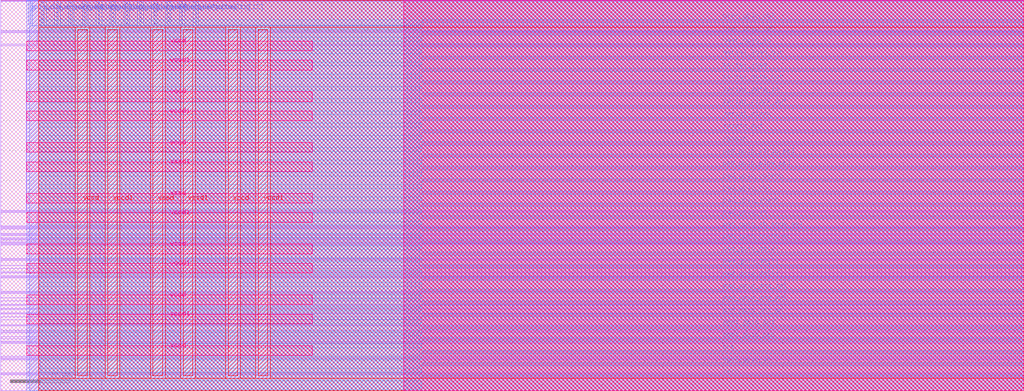
<source format=lef>
VERSION 5.7 ;
  NOWIREEXTENSIONATPIN ON ;
  DIVIDERCHAR "/" ;
  BUSBITCHARS "[]" ;
MACRO gpio_control_block
  CLASS BLOCK ;
  FOREIGN gpio_control_block ;
  ORIGIN 0.000 0.000 ;
  SIZE 170.000 BY 65.000 ;
  PIN gpio_defaults[0]
    DIRECTION INPUT ;
    USE SIGNAL ;
    PORT
      LAYER met2 ;
        RECT 4.690 61.000 4.970 65.000 ;
    END
  END gpio_defaults[0]
  PIN gpio_defaults[10]
    DIRECTION INPUT ;
    USE SIGNAL ;
    PORT
      LAYER met2 ;
        RECT 27.690 61.000 27.970 65.000 ;
    END
  END gpio_defaults[10]
  PIN gpio_defaults[11]
    DIRECTION INPUT ;
    USE SIGNAL ;
    PORT
      LAYER met2 ;
        RECT 29.990 61.000 30.270 65.000 ;
    END
  END gpio_defaults[11]
  PIN gpio_defaults[12]
    DIRECTION INPUT ;
    USE SIGNAL ;
    PORT
      LAYER met2 ;
        RECT 32.290 61.000 32.570 65.000 ;
    END
  END gpio_defaults[12]
  PIN gpio_defaults[1]
    DIRECTION INPUT ;
    USE SIGNAL ;
    PORT
      LAYER met2 ;
        RECT 6.990 61.000 7.270 65.000 ;
    END
  END gpio_defaults[1]
  PIN gpio_defaults[2]
    DIRECTION INPUT ;
    USE SIGNAL ;
    PORT
      LAYER met2 ;
        RECT 9.290 61.000 9.570 65.000 ;
    END
  END gpio_defaults[2]
  PIN gpio_defaults[3]
    DIRECTION INPUT ;
    USE SIGNAL ;
    PORT
      LAYER met2 ;
        RECT 11.590 61.000 11.870 65.000 ;
    END
  END gpio_defaults[3]
  PIN gpio_defaults[4]
    DIRECTION INPUT ;
    USE SIGNAL ;
    PORT
      LAYER met2 ;
        RECT 13.890 61.000 14.170 65.000 ;
    END
  END gpio_defaults[4]
  PIN gpio_defaults[5]
    DIRECTION INPUT ;
    USE SIGNAL ;
    PORT
      LAYER met2 ;
        RECT 16.190 61.000 16.470 65.000 ;
    END
  END gpio_defaults[5]
  PIN gpio_defaults[6]
    DIRECTION INPUT ;
    USE SIGNAL ;
    PORT
      LAYER met2 ;
        RECT 18.490 61.000 18.770 65.000 ;
    END
  END gpio_defaults[6]
  PIN gpio_defaults[7]
    DIRECTION INPUT ;
    USE SIGNAL ;
    PORT
      LAYER met2 ;
        RECT 20.790 61.000 21.070 65.000 ;
    END
  END gpio_defaults[7]
  PIN gpio_defaults[8]
    DIRECTION INPUT ;
    USE SIGNAL ;
    PORT
      LAYER met2 ;
        RECT 23.090 61.000 23.370 65.000 ;
    END
  END gpio_defaults[8]
  PIN gpio_defaults[9]
    DIRECTION INPUT ;
    USE SIGNAL ;
    PORT
      LAYER met2 ;
        RECT 25.390 61.000 25.670 65.000 ;
    END
  END gpio_defaults[9]
  PIN mgmt_gpio_in
    DIRECTION OUTPUT TRISTATE ;
    USE SIGNAL ;
    PORT
      LAYER met3 ;
        RECT 70.000 4.120 170.000 4.720 ;
    END
  END mgmt_gpio_in
  PIN mgmt_gpio_oeb
    DIRECTION INPUT ;
    USE SIGNAL ;
    PORT
      LAYER met3 ;
        RECT 70.000 8.200 170.000 8.800 ;
    END
  END mgmt_gpio_oeb
  PIN mgmt_gpio_out
    DIRECTION INPUT ;
    USE SIGNAL ;
    PORT
      LAYER met3 ;
        RECT 70.000 10.240 170.000 10.840 ;
    END
  END mgmt_gpio_out
  PIN one
    DIRECTION OUTPUT TRISTATE ;
    USE SIGNAL ;
    PORT
      LAYER met3 ;
        RECT 70.000 6.160 170.000 6.760 ;
    END
  END one
  PIN pad_gpio_ana_en
    DIRECTION OUTPUT TRISTATE ;
    USE SIGNAL ;
    PORT
      LAYER met3 ;
        RECT 70.000 12.280 170.000 12.880 ;
    END
  END pad_gpio_ana_en
  PIN pad_gpio_ana_pol
    DIRECTION OUTPUT TRISTATE ;
    USE SIGNAL ;
    PORT
      LAYER met3 ;
        RECT 70.000 14.320 170.000 14.920 ;
    END
  END pad_gpio_ana_pol
  PIN pad_gpio_ana_sel
    DIRECTION OUTPUT TRISTATE ;
    USE SIGNAL ;
    PORT
      LAYER met3 ;
        RECT 70.000 16.360 170.000 16.960 ;
    END
  END pad_gpio_ana_sel
  PIN pad_gpio_dm[0]
    DIRECTION OUTPUT TRISTATE ;
    USE SIGNAL ;
    PORT
      LAYER met3 ;
        RECT 70.000 18.400 170.000 19.000 ;
    END
  END pad_gpio_dm[0]
  PIN pad_gpio_dm[1]
    DIRECTION OUTPUT TRISTATE ;
    USE SIGNAL ;
    PORT
      LAYER met3 ;
        RECT 70.000 20.440 170.000 21.040 ;
    END
  END pad_gpio_dm[1]
  PIN pad_gpio_dm[2]
    DIRECTION OUTPUT TRISTATE ;
    USE SIGNAL ;
    PORT
      LAYER met3 ;
        RECT 70.000 22.480 170.000 23.080 ;
    END
  END pad_gpio_dm[2]
  PIN pad_gpio_holdover
    DIRECTION OUTPUT TRISTATE ;
    USE SIGNAL ;
    PORT
      LAYER met3 ;
        RECT 70.000 24.520 170.000 25.120 ;
    END
  END pad_gpio_holdover
  PIN pad_gpio_ib_mode_sel
    DIRECTION OUTPUT TRISTATE ;
    USE SIGNAL ;
    PORT
      LAYER met3 ;
        RECT 70.000 26.560 170.000 27.160 ;
    END
  END pad_gpio_ib_mode_sel
  PIN pad_gpio_in
    DIRECTION INPUT ;
    USE SIGNAL ;
    PORT
      LAYER met3 ;
        RECT 70.000 28.600 170.000 29.200 ;
    END
  END pad_gpio_in
  PIN pad_gpio_inenb
    DIRECTION OUTPUT TRISTATE ;
    USE SIGNAL ;
    PORT
      LAYER met3 ;
        RECT 70.000 30.640 170.000 31.240 ;
    END
  END pad_gpio_inenb
  PIN pad_gpio_out
    DIRECTION OUTPUT TRISTATE ;
    USE SIGNAL ;
    PORT
      LAYER met3 ;
        RECT 70.000 32.680 170.000 33.280 ;
    END
  END pad_gpio_out
  PIN pad_gpio_outenb
    DIRECTION OUTPUT TRISTATE ;
    USE SIGNAL ;
    PORT
      LAYER met3 ;
        RECT 70.000 34.720 170.000 35.320 ;
    END
  END pad_gpio_outenb
  PIN pad_gpio_slow_sel
    DIRECTION OUTPUT TRISTATE ;
    USE SIGNAL ;
    PORT
      LAYER met3 ;
        RECT 70.000 36.760 170.000 37.360 ;
    END
  END pad_gpio_slow_sel
  PIN pad_gpio_vtrip_sel
    DIRECTION OUTPUT TRISTATE ;
    USE SIGNAL ;
    PORT
      LAYER met3 ;
        RECT 70.000 38.800 170.000 39.400 ;
    END
  END pad_gpio_vtrip_sel
  PIN resetn
    DIRECTION INPUT ;
    USE SIGNAL ;
    PORT
      LAYER met3 ;
        RECT 70.000 40.840 170.000 41.440 ;
    END
  END resetn
  PIN resetn_out
    DIRECTION OUTPUT TRISTATE ;
    USE SIGNAL ;
    PORT
      LAYER met3 ;
        RECT 70.000 42.880 170.000 43.480 ;
    END
  END resetn_out
  PIN serial_clock
    DIRECTION INPUT ;
    USE SIGNAL ;
    PORT
      LAYER met3 ;
        RECT 70.000 44.920 170.000 45.520 ;
    END
  END serial_clock
  PIN serial_clock_out
    DIRECTION OUTPUT TRISTATE ;
    USE SIGNAL ;
    PORT
      LAYER met3 ;
        RECT 70.000 46.960 170.000 47.560 ;
    END
  END serial_clock_out
  PIN serial_data_in
    DIRECTION INPUT ;
    USE SIGNAL ;
    PORT
      LAYER met3 ;
        RECT 70.000 49.000 170.000 49.600 ;
    END
  END serial_data_in
  PIN serial_data_out
    DIRECTION OUTPUT TRISTATE ;
    USE SIGNAL ;
    PORT
      LAYER met3 ;
        RECT 70.000 51.040 170.000 51.640 ;
    END
  END serial_data_out
  PIN serial_load
    DIRECTION INPUT ;
    USE SIGNAL ;
    PORT
      LAYER met3 ;
        RECT 70.000 53.080 170.000 53.680 ;
    END
  END serial_load
  PIN serial_load_out
    DIRECTION OUTPUT TRISTATE ;
    USE SIGNAL ;
    PORT
      LAYER met3 ;
        RECT 70.000 55.120 170.000 55.720 ;
    END
  END serial_load_out
  PIN user_gpio_in
    DIRECTION OUTPUT TRISTATE ;
    USE SIGNAL ;
    PORT
      LAYER met3 ;
        RECT 70.000 57.160 170.000 57.760 ;
    END
  END user_gpio_in
  PIN user_gpio_oeb
    DIRECTION INPUT ;
    USE SIGNAL ;
    PORT
      LAYER met3 ;
        RECT 70.000 59.200 170.000 59.800 ;
    END
  END user_gpio_oeb
  PIN user_gpio_out
    DIRECTION INPUT ;
    USE SIGNAL ;
    PORT
      LAYER met3 ;
        RECT 70.000 61.240 170.000 61.840 ;
    END
  END user_gpio_out
  PIN vccd
    DIRECTION INOUT ;
    USE POWER ;
    PORT
      LAYER met4 ;
        RECT 12.800 2.480 14.400 60.080 ;
    END
    PORT
      LAYER met4 ;
        RECT 37.800 2.480 39.400 60.080 ;
    END
    PORT
      LAYER met5 ;
        RECT 4.360 5.900 51.760 7.500 ;
    END
    PORT
      LAYER met5 ;
        RECT 4.360 22.800 51.760 24.400 ;
    END
    PORT
      LAYER met5 ;
        RECT 4.360 39.700 51.760 41.300 ;
    END
    PORT
      LAYER met5 ;
        RECT 4.360 56.600 51.760 58.200 ;
    END
  END vccd
  PIN vccd1
    DIRECTION INOUT ;
    USE POWER ;
    PORT
      LAYER met4 ;
        RECT 17.800 2.480 19.400 60.080 ;
    END
    PORT
      LAYER met4 ;
        RECT 42.800 2.480 44.400 60.080 ;
    END
    PORT
      LAYER met5 ;
        RECT 4.360 11.140 51.760 12.740 ;
    END
    PORT
      LAYER met5 ;
        RECT 4.360 28.040 51.760 29.640 ;
    END
    PORT
      LAYER met5 ;
        RECT 4.360 44.940 51.760 46.540 ;
    END
  END vccd1
  PIN vssd
    DIRECTION INOUT ;
    USE GROUND ;
    PORT
      LAYER met4 ;
        RECT 25.300 2.480 26.900 60.080 ;
    END
    PORT
      LAYER met5 ;
        RECT 4.360 14.350 51.760 15.950 ;
    END
    PORT
      LAYER met5 ;
        RECT 4.360 31.250 51.760 32.850 ;
    END
    PORT
      LAYER met5 ;
        RECT 4.360 48.150 51.760 49.750 ;
    END
  END vssd
  PIN vssd1
    DIRECTION INOUT ;
    USE GROUND ;
    PORT
      LAYER met4 ;
        RECT 30.300 2.480 31.900 60.080 ;
    END
    PORT
      LAYER met5 ;
        RECT 4.360 19.590 51.760 21.190 ;
    END
    PORT
      LAYER met5 ;
        RECT 4.360 36.490 51.760 38.090 ;
    END
    PORT
      LAYER met5 ;
        RECT 4.360 53.390 51.760 54.990 ;
    END
  END vssd1
  PIN zero
    DIRECTION OUTPUT TRISTATE ;
    USE SIGNAL ;
    PORT
      LAYER met3 ;
        RECT 70.000 2.080 170.000 2.680 ;
    END
  END zero
  OBS
      LAYER li1 ;
        RECT 0.000 64.930 4.265 65.070 ;
      LAYER li1 ;
        RECT 4.265 64.930 169.810 65.000 ;
      LAYER li1 ;
        RECT 0.000 64.845 49.815 64.930 ;
      LAYER li1 ;
        RECT 49.815 64.845 169.810 64.930 ;
      LAYER li1 ;
        RECT 0.000 59.925 169.810 64.845 ;
        RECT 0.000 59.755 4.745 59.925 ;
      LAYER li1 ;
        RECT 4.745 59.755 169.810 59.925 ;
      LAYER li1 ;
        RECT 0.000 59.585 169.810 59.755 ;
        RECT 0.000 57.645 6.100 59.585 ;
      LAYER li1 ;
        RECT 6.100 57.645 169.810 59.585 ;
      LAYER li1 ;
        RECT 0.000 57.405 8.925 57.645 ;
      LAYER li1 ;
        RECT 8.925 57.405 169.810 57.645 ;
      LAYER li1 ;
        RECT 0.000 30.025 4.265 57.405 ;
      LAYER li1 ;
        RECT 4.265 30.025 169.810 57.405 ;
      LAYER li1 ;
        RECT 0.000 30.005 16.795 30.025 ;
      LAYER li1 ;
        RECT 16.795 30.005 169.810 30.025 ;
      LAYER li1 ;
        RECT 0.000 29.835 4.745 30.005 ;
      LAYER li1 ;
        RECT 4.745 29.835 169.810 30.005 ;
      LAYER li1 ;
        RECT 0.000 29.665 16.795 29.835 ;
      LAYER li1 ;
        RECT 16.795 29.665 169.810 29.835 ;
      LAYER li1 ;
        RECT 0.000 27.455 6.065 29.665 ;
      LAYER li1 ;
        RECT 6.065 27.455 169.810 29.665 ;
      LAYER li1 ;
        RECT 0.000 27.285 16.795 27.455 ;
      LAYER li1 ;
        RECT 16.795 27.285 169.810 27.455 ;
      LAYER li1 ;
        RECT 0.000 27.115 4.745 27.285 ;
      LAYER li1 ;
        RECT 4.745 27.115 169.810 27.285 ;
      LAYER li1 ;
        RECT 0.000 26.945 16.795 27.115 ;
      LAYER li1 ;
        RECT 16.795 26.945 169.810 27.115 ;
      LAYER li1 ;
        RECT 0.000 26.185 16.905 26.945 ;
      LAYER li1 ;
        RECT 16.905 26.185 169.810 26.945 ;
      LAYER li1 ;
        RECT 0.000 26.015 17.450 26.185 ;
      LAYER li1 ;
        RECT 17.450 26.015 169.810 26.185 ;
      LAYER li1 ;
        RECT 0.000 25.835 16.795 26.015 ;
      LAYER li1 ;
        RECT 16.795 25.835 169.810 26.015 ;
      LAYER li1 ;
        RECT 0.000 25.465 16.645 25.835 ;
      LAYER li1 ;
        RECT 16.645 25.465 169.810 25.835 ;
      LAYER li1 ;
        RECT 0.000 25.285 16.795 25.465 ;
      LAYER li1 ;
        RECT 16.795 25.285 169.810 25.465 ;
      LAYER li1 ;
        RECT 0.000 25.115 17.450 25.285 ;
      LAYER li1 ;
        RECT 17.450 25.115 169.810 25.285 ;
      LAYER li1 ;
        RECT 0.000 24.735 16.905 25.115 ;
      LAYER li1 ;
        RECT 16.905 24.735 169.810 25.115 ;
      LAYER li1 ;
        RECT 0.000 24.565 16.795 24.735 ;
      LAYER li1 ;
        RECT 16.795 24.565 169.810 24.735 ;
      LAYER li1 ;
        RECT 0.000 24.395 15.325 24.565 ;
      LAYER li1 ;
        RECT 15.325 24.395 169.810 24.565 ;
      LAYER li1 ;
        RECT 0.000 24.225 16.795 24.395 ;
      LAYER li1 ;
        RECT 16.795 24.225 169.810 24.395 ;
      LAYER li1 ;
        RECT 0.000 22.015 16.645 24.225 ;
      LAYER li1 ;
        RECT 16.645 22.015 169.810 24.225 ;
      LAYER li1 ;
        RECT 0.000 21.845 16.795 22.015 ;
      LAYER li1 ;
        RECT 16.795 21.845 169.810 22.015 ;
      LAYER li1 ;
        RECT 0.000 21.675 15.325 21.845 ;
      LAYER li1 ;
        RECT 15.325 21.675 169.810 21.845 ;
      LAYER li1 ;
        RECT 0.000 20.865 16.950 21.675 ;
      LAYER li1 ;
        RECT 16.950 20.865 169.810 21.675 ;
      LAYER li1 ;
        RECT 0.000 20.365 16.795 20.865 ;
      LAYER li1 ;
        RECT 16.795 20.365 169.810 20.865 ;
      LAYER li1 ;
        RECT 0.000 19.805 16.645 20.365 ;
      LAYER li1 ;
        RECT 16.645 19.805 169.810 20.365 ;
      LAYER li1 ;
        RECT 0.000 19.635 16.795 19.805 ;
      LAYER li1 ;
        RECT 16.795 19.635 169.810 19.805 ;
      LAYER li1 ;
        RECT 0.000 19.125 16.950 19.635 ;
      LAYER li1 ;
        RECT 16.950 19.125 169.810 19.635 ;
      LAYER li1 ;
        RECT 0.000 18.955 15.325 19.125 ;
      LAYER li1 ;
        RECT 15.325 18.955 169.810 19.125 ;
      LAYER li1 ;
        RECT 0.000 18.785 16.795 18.955 ;
      LAYER li1 ;
        RECT 16.795 18.785 169.810 18.955 ;
      LAYER li1 ;
        RECT 0.000 16.575 16.645 18.785 ;
      LAYER li1 ;
        RECT 16.645 16.575 169.810 18.785 ;
      LAYER li1 ;
        RECT 0.000 16.405 16.795 16.575 ;
      LAYER li1 ;
        RECT 16.795 16.405 169.810 16.575 ;
      LAYER li1 ;
        RECT 0.000 16.235 15.325 16.405 ;
      LAYER li1 ;
        RECT 15.325 16.235 169.810 16.405 ;
      LAYER li1 ;
        RECT 0.000 15.425 16.950 16.235 ;
      LAYER li1 ;
        RECT 16.950 15.425 169.810 16.235 ;
      LAYER li1 ;
        RECT 0.000 14.925 16.795 15.425 ;
      LAYER li1 ;
        RECT 16.795 14.925 169.810 15.425 ;
      LAYER li1 ;
        RECT 0.000 14.365 16.645 14.925 ;
      LAYER li1 ;
        RECT 16.645 14.365 169.810 14.925 ;
      LAYER li1 ;
        RECT 0.000 14.195 16.795 14.365 ;
      LAYER li1 ;
        RECT 16.795 14.195 169.810 14.365 ;
      LAYER li1 ;
        RECT 0.000 13.685 16.950 14.195 ;
      LAYER li1 ;
        RECT 16.950 13.685 169.810 14.195 ;
      LAYER li1 ;
        RECT 0.000 13.515 15.325 13.685 ;
      LAYER li1 ;
        RECT 15.325 13.515 169.810 13.685 ;
      LAYER li1 ;
        RECT 0.000 13.005 16.950 13.515 ;
      LAYER li1 ;
        RECT 16.950 13.005 169.810 13.515 ;
      LAYER li1 ;
        RECT 0.000 12.835 16.795 13.005 ;
      LAYER li1 ;
        RECT 16.795 12.835 169.810 13.005 ;
      LAYER li1 ;
        RECT 0.000 12.275 16.645 12.835 ;
      LAYER li1 ;
        RECT 16.645 12.275 169.810 12.835 ;
      LAYER li1 ;
        RECT 0.000 11.775 16.795 12.275 ;
      LAYER li1 ;
        RECT 16.795 11.775 169.810 12.275 ;
      LAYER li1 ;
        RECT 0.000 10.965 16.950 11.775 ;
      LAYER li1 ;
        RECT 16.950 10.965 169.810 11.775 ;
      LAYER li1 ;
        RECT 0.000 10.795 15.325 10.965 ;
      LAYER li1 ;
        RECT 15.325 10.795 169.810 10.965 ;
      LAYER li1 ;
        RECT 0.000 10.020 16.795 10.795 ;
      LAYER li1 ;
        RECT 16.795 10.020 169.810 10.795 ;
      LAYER li1 ;
        RECT 0.000 9.825 16.970 10.020 ;
      LAYER li1 ;
        RECT 16.970 9.825 169.810 10.020 ;
      LAYER li1 ;
        RECT 0.000 9.655 17.920 9.825 ;
      LAYER li1 ;
        RECT 17.920 9.655 169.810 9.825 ;
      LAYER li1 ;
        RECT 0.000 9.000 16.840 9.655 ;
      LAYER li1 ;
        RECT 16.840 9.000 169.810 9.655 ;
      LAYER li1 ;
        RECT 0.000 8.670 16.905 9.000 ;
      LAYER li1 ;
        RECT 16.905 8.670 169.810 9.000 ;
      LAYER li1 ;
        RECT 0.000 8.245 16.795 8.670 ;
      LAYER li1 ;
        RECT 16.795 8.245 169.810 8.670 ;
      LAYER li1 ;
        RECT 0.000 8.075 15.325 8.245 ;
      LAYER li1 ;
        RECT 15.325 8.075 169.810 8.245 ;
      LAYER li1 ;
        RECT 0.000 7.905 16.795 8.075 ;
      LAYER li1 ;
        RECT 16.795 7.905 169.810 8.075 ;
      LAYER li1 ;
        RECT 0.000 5.695 16.645 7.905 ;
      LAYER li1 ;
        RECT 16.645 5.695 169.810 7.905 ;
      LAYER li1 ;
        RECT 0.000 5.525 16.795 5.695 ;
      LAYER li1 ;
        RECT 16.795 5.525 169.810 5.695 ;
      LAYER li1 ;
        RECT 0.000 5.355 4.745 5.525 ;
      LAYER li1 ;
        RECT 4.745 5.355 169.810 5.525 ;
      LAYER li1 ;
        RECT 0.000 5.185 16.795 5.355 ;
      LAYER li1 ;
        RECT 16.795 5.185 169.810 5.355 ;
      LAYER li1 ;
        RECT 0.000 2.975 6.525 5.185 ;
      LAYER li1 ;
        RECT 6.525 2.975 169.810 5.185 ;
      LAYER li1 ;
        RECT 0.000 2.805 16.795 2.975 ;
      LAYER li1 ;
        RECT 16.795 2.805 169.810 2.975 ;
      LAYER li1 ;
        RECT 0.000 2.635 4.745 2.805 ;
      LAYER li1 ;
        RECT 4.745 2.635 169.810 2.805 ;
      LAYER li1 ;
        RECT 0.000 0.000 16.795 2.635 ;
      LAYER li1 ;
        RECT 16.795 0.000 169.810 2.635 ;
      LAYER met1 ;
        RECT 4.300 0.000 170.000 65.000 ;
      LAYER met2 ;
        RECT 5.250 60.720 6.710 65.000 ;
        RECT 7.550 60.720 9.010 65.000 ;
        RECT 9.850 60.720 11.310 65.000 ;
        RECT 12.150 60.720 13.610 65.000 ;
        RECT 14.450 60.720 15.910 65.000 ;
        RECT 16.750 60.720 18.210 65.000 ;
        RECT 19.050 60.720 20.510 65.000 ;
        RECT 21.350 60.720 22.810 65.000 ;
        RECT 23.650 60.720 25.110 65.000 ;
        RECT 25.950 60.720 27.410 65.000 ;
        RECT 28.250 60.720 29.710 65.000 ;
        RECT 30.550 60.720 32.010 65.000 ;
        RECT 32.850 60.720 170.000 65.000 ;
        RECT 4.700 0.000 170.000 60.720 ;
      LAYER met3 ;
        RECT 6.280 60.840 69.600 61.705 ;
        RECT 6.280 60.200 70.000 60.840 ;
        RECT 6.280 58.800 69.600 60.200 ;
        RECT 6.280 58.160 70.000 58.800 ;
        RECT 6.280 56.760 69.600 58.160 ;
        RECT 6.280 56.120 70.000 56.760 ;
        RECT 6.280 54.720 69.600 56.120 ;
        RECT 6.280 54.080 70.000 54.720 ;
        RECT 6.280 52.680 69.600 54.080 ;
        RECT 6.280 52.040 70.000 52.680 ;
        RECT 6.280 50.640 69.600 52.040 ;
        RECT 6.280 50.000 70.000 50.640 ;
        RECT 6.280 48.600 69.600 50.000 ;
        RECT 6.280 47.960 70.000 48.600 ;
        RECT 6.280 46.560 69.600 47.960 ;
        RECT 6.280 45.920 70.000 46.560 ;
        RECT 6.280 44.520 69.600 45.920 ;
        RECT 6.280 43.880 70.000 44.520 ;
        RECT 6.280 42.480 69.600 43.880 ;
        RECT 6.280 41.840 70.000 42.480 ;
        RECT 6.280 40.440 69.600 41.840 ;
        RECT 6.280 39.800 70.000 40.440 ;
        RECT 6.280 38.400 69.600 39.800 ;
        RECT 6.280 37.760 70.000 38.400 ;
        RECT 6.280 36.360 69.600 37.760 ;
        RECT 6.280 35.720 70.000 36.360 ;
        RECT 6.280 34.320 69.600 35.720 ;
        RECT 6.280 33.680 70.000 34.320 ;
        RECT 6.280 32.280 69.600 33.680 ;
        RECT 6.280 31.640 70.000 32.280 ;
        RECT 6.280 30.240 69.600 31.640 ;
        RECT 6.280 29.600 70.000 30.240 ;
        RECT 6.280 28.200 69.600 29.600 ;
        RECT 6.280 27.560 70.000 28.200 ;
        RECT 6.280 26.160 69.600 27.560 ;
        RECT 6.280 25.520 70.000 26.160 ;
        RECT 6.280 24.120 69.600 25.520 ;
        RECT 6.280 23.480 70.000 24.120 ;
        RECT 6.280 22.080 69.600 23.480 ;
        RECT 6.280 21.440 70.000 22.080 ;
        RECT 6.280 20.040 69.600 21.440 ;
        RECT 6.280 19.400 70.000 20.040 ;
        RECT 6.280 18.000 69.600 19.400 ;
        RECT 6.280 17.360 70.000 18.000 ;
        RECT 6.280 15.960 69.600 17.360 ;
        RECT 6.280 15.320 70.000 15.960 ;
        RECT 6.280 13.920 69.600 15.320 ;
        RECT 6.280 13.280 70.000 13.920 ;
        RECT 6.280 11.880 69.600 13.280 ;
        RECT 6.280 11.240 70.000 11.880 ;
        RECT 6.280 9.840 69.600 11.240 ;
        RECT 6.280 9.200 70.000 9.840 ;
        RECT 6.280 7.800 69.600 9.200 ;
        RECT 6.280 7.160 70.000 7.800 ;
        RECT 6.280 5.760 69.600 7.160 ;
        RECT 6.280 5.120 70.000 5.760 ;
        RECT 6.280 3.720 69.600 5.120 ;
        RECT 6.280 3.080 70.000 3.720 ;
        RECT 6.280 1.680 69.600 3.080 ;
        RECT 6.280 0.175 70.000 1.680 ;
      LAYER met4 ;
        RECT 6.280 60.480 170.000 65.000 ;
        RECT 6.280 2.080 12.400 60.480 ;
        RECT 14.800 2.080 17.400 60.480 ;
        RECT 19.800 2.080 24.900 60.480 ;
        RECT 27.300 2.080 29.900 60.480 ;
        RECT 32.300 2.080 37.400 60.480 ;
        RECT 39.800 2.080 42.400 60.480 ;
        RECT 44.800 2.080 170.000 60.480 ;
        RECT 6.280 0.000 170.000 2.080 ;
      LAYER met5 ;
        RECT 67.000 0.000 170.000 65.000 ;
  END
END gpio_control_block
END LIBRARY


</source>
